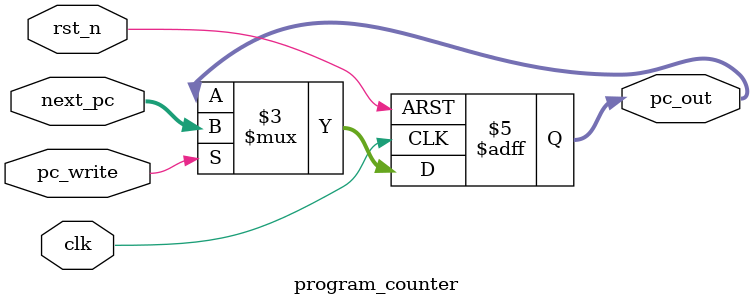
<source format=v>
module program_counter (
    input wire clk,          // Clock input
    input wire rst_n,        // Active low reset
    input wire pc_write,     // Enable signal
    input wire [31:0] next_pc, // Next program counter value
    output reg [31:0] pc_out   // Current program counter value
);

    // Sequential logic for program counter
    always @(posedge clk or negedge rst_n) begin
        if (!rst_n) begin
            pc_out <= 32'h0;  // Reset to address 0
        end else if (pc_write) begin
            pc_out <= next_pc;
        end
    end

endmodule 
</source>
